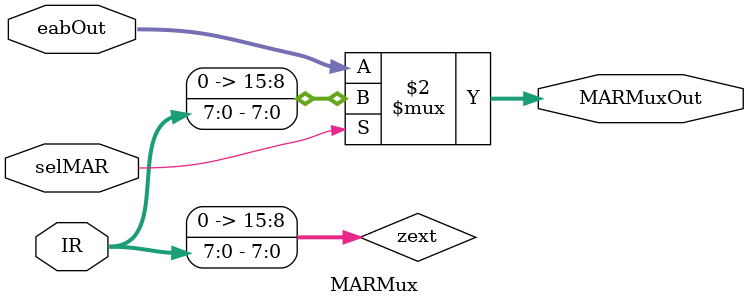
<source format=v>
`timescale 1ns / 1ps
module MARMux(
	input[7:0] IR,
	input selMAR,
	input[15:0] eabOut,
	output[15:0] MARMuxOut
    );

	wire[15:0] zext;
	
	assign zext = {{8{1'b0}},IR[7:0]};
	
	assign MARMuxOut = (selMAR == 1'b1) ? zext : eabOut ;
	
endmodule

</source>
